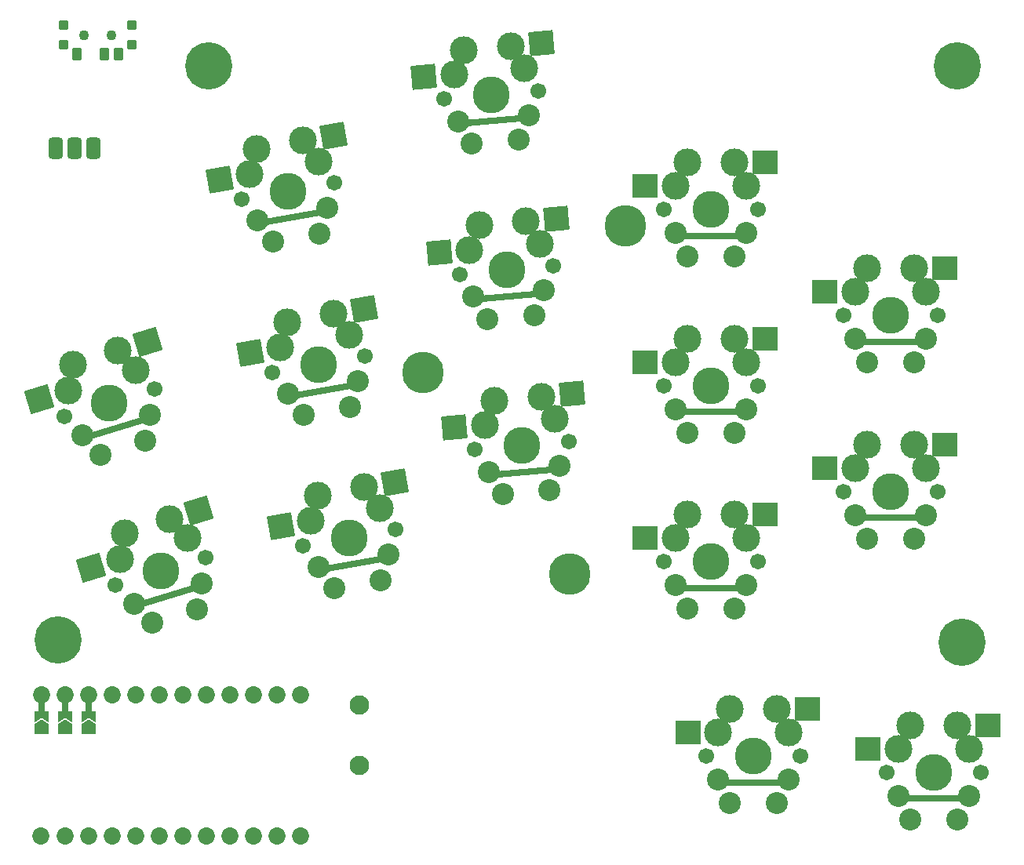
<source format=gbr>
%TF.GenerationSoftware,KiCad,Pcbnew,7.0.2*%
%TF.CreationDate,2023-09-29T08:21:04+02:00*%
%TF.ProjectId,wizza,77697a7a-612e-46b6-9963-61645f706362,v1.0.0*%
%TF.SameCoordinates,Original*%
%TF.FileFunction,Soldermask,Bot*%
%TF.FilePolarity,Negative*%
%FSLAX46Y46*%
G04 Gerber Fmt 4.6, Leading zero omitted, Abs format (unit mm)*
G04 Created by KiCad (PCBNEW 7.0.2) date 2023-09-29 08:21:04*
%MOMM*%
%LPD*%
G01*
G04 APERTURE LIST*
G04 Aperture macros list*
%AMRoundRect*
0 Rectangle with rounded corners*
0 $1 Rounding radius*
0 $2 $3 $4 $5 $6 $7 $8 $9 X,Y pos of 4 corners*
0 Add a 4 corners polygon primitive as box body*
4,1,4,$2,$3,$4,$5,$6,$7,$8,$9,$2,$3,0*
0 Add four circle primitives for the rounded corners*
1,1,$1+$1,$2,$3*
1,1,$1+$1,$4,$5*
1,1,$1+$1,$6,$7*
1,1,$1+$1,$8,$9*
0 Add four rect primitives between the rounded corners*
20,1,$1+$1,$2,$3,$4,$5,0*
20,1,$1+$1,$4,$5,$6,$7,0*
20,1,$1+$1,$6,$7,$8,$9,0*
20,1,$1+$1,$8,$9,$2,$3,0*%
%AMFreePoly0*
4,1,16,0.685355,0.785355,0.700000,0.750000,0.691603,0.722265,0.210093,0.000000,0.691603,-0.722265,0.699029,-0.759806,0.677735,-0.791603,0.650000,-0.800000,-0.500000,-0.800000,-0.535355,-0.785355,-0.550000,-0.750000,-0.550000,0.750000,-0.535355,0.785355,-0.500000,0.800000,0.650000,0.800000,0.685355,0.785355,0.685355,0.785355,$1*%
%AMFreePoly1*
4,1,16,0.535355,0.785355,0.550000,0.750000,0.550000,-0.750000,0.535355,-0.785355,0.500000,-0.800000,-0.500000,-0.800000,-0.535355,-0.785355,-0.541603,-0.777735,-1.041603,-0.027735,-1.049029,0.009806,-1.041603,0.027735,-0.541603,0.777735,-0.509806,0.799029,-0.500000,0.800000,0.500000,0.800000,0.535355,0.785355,0.535355,0.785355,$1*%
G04 Aperture macros list end*
%ADD10C,1.701800*%
%ADD11C,3.987800*%
%ADD12C,3.000000*%
%ADD13C,2.386000*%
%ADD14RoundRect,0.050000X-1.161204X-1.356367X1.379093X-1.134120X1.161204X1.356367X-1.379093X1.134120X0*%
%ADD15RoundRect,0.197609X3.635590X0.466246X-3.661319X-0.172151X-3.635590X-0.466246X3.661319X0.172151X0*%
%ADD16RoundRect,0.050000X-1.038570X-1.452411X1.472690X-1.009608X1.038570X1.452411X-1.472690X1.009608X0*%
%ADD17RoundRect,0.197609X3.581119X0.781334X-3.632383X-0.490601X-3.581119X-0.781334X3.632383X0.490601X0*%
%ADD18RoundRect,0.050000X-0.250000X-0.762000X0.250000X-0.762000X0.250000X0.762000X-0.250000X0.762000X0*%
%ADD19C,1.852600*%
%ADD20FreePoly0,270.000000*%
%ADD21FreePoly1,270.000000*%
%ADD22C,4.500000*%
%ADD23RoundRect,0.050000X-0.853824X-1.568155X1.584753X-0.822607X0.853824X1.568155X-1.584753X0.822607X0*%
%ADD24RoundRect,0.197609X3.459205X1.211939X-3.545519X-0.929620X-3.459205X-1.211939X3.545519X0.929620X0*%
%ADD25C,5.100000*%
%ADD26RoundRect,0.050000X-1.275000X-1.250000X1.275000X-1.250000X1.275000X1.250000X-1.275000X1.250000X0*%
%ADD27RoundRect,0.197609X3.662391X0.147609X-3.662391X0.147609X-3.662391X-0.147609X3.662391X-0.147609X0*%
%ADD28RoundRect,0.050000X-0.450000X-0.450000X0.450000X-0.450000X0.450000X0.450000X-0.450000X0.450000X0*%
%ADD29C,1.100000*%
%ADD30RoundRect,0.050000X-0.450000X-0.625000X0.450000X-0.625000X0.450000X0.625000X-0.450000X0.625000X0*%
%ADD31RoundRect,0.425000X-0.375000X-0.750000X0.375000X-0.750000X0.375000X0.750000X-0.375000X0.750000X0*%
%ADD32C,2.100000*%
G04 APERTURE END LIST*
D10*
%TO.C,S7*%
X254151493Y-84062966D03*
D11*
X249090824Y-84505717D03*
D10*
X244030155Y-84948468D03*
D12*
X246117738Y-79666424D03*
X245073947Y-82307446D03*
X251178407Y-79223672D03*
X252664950Y-81643319D03*
D13*
X252063910Y-89345010D03*
X247003241Y-89787762D03*
D14*
X241811409Y-82592881D03*
D13*
X253107701Y-86703988D03*
D14*
X254467842Y-78935884D03*
D13*
X245516698Y-87368115D03*
D15*
X249288537Y-87339268D03*
%TD*%
D12*
%TO.C,S8*%
X244461779Y-60738725D03*
D10*
X252495534Y-65135267D03*
D11*
X247434865Y-65578018D03*
D12*
X249522448Y-60295973D03*
D10*
X242374196Y-66020769D03*
D12*
X243417988Y-63379747D03*
X251008991Y-62715620D03*
D13*
X245347282Y-70860063D03*
X250407951Y-70417311D03*
D14*
X240155450Y-63665182D03*
D13*
X243860739Y-68440416D03*
D15*
X247632578Y-68411569D03*
D13*
X251451742Y-67776289D03*
D14*
X252811883Y-60008185D03*
%TD*%
D11*
%TO.C,S4*%
X228826421Y-94688497D03*
D10*
X223823598Y-95570630D03*
D12*
X225442877Y-90126740D03*
X224633237Y-92848685D03*
X232137472Y-91525486D03*
D10*
X233829244Y-93806364D03*
D12*
X230445700Y-89244607D03*
D13*
X232209965Y-99250254D03*
D16*
X221407992Y-93417383D03*
D13*
X227207142Y-100132387D03*
D17*
X229270341Y-97494033D03*
D16*
X233697535Y-88671221D03*
D13*
X233019605Y-96528309D03*
X225515370Y-97851508D03*
%TD*%
D18*
%TO.C,MCU1*%
X203962000Y-131717523D03*
D19*
X198798254Y-145574000D03*
X198882000Y-130334000D03*
D18*
X201422000Y-131717523D03*
D19*
X201422000Y-145574000D03*
X203962000Y-130334000D03*
X201422000Y-130334000D03*
D20*
X198882000Y-132667523D03*
X201422000Y-132667523D03*
D18*
X198882000Y-131717523D03*
D19*
X203962000Y-145574000D03*
D20*
X203962000Y-132667523D03*
D21*
X198882000Y-134117523D03*
X201422000Y-134117523D03*
X203962000Y-134117523D03*
D19*
X206502000Y-145574000D03*
X209042000Y-145574000D03*
X211582000Y-145574000D03*
X214122000Y-145574000D03*
X216662000Y-145574000D03*
X219202000Y-145574000D03*
X221742000Y-145574000D03*
X224282000Y-145574000D03*
X226822000Y-145574000D03*
X206502000Y-130334000D03*
X209042000Y-130334000D03*
X211582000Y-130334000D03*
X214122000Y-130334000D03*
X216662000Y-130334000D03*
X219202000Y-130334000D03*
X221742000Y-130334000D03*
X224282000Y-130334000D03*
X226822000Y-130334000D03*
%TD*%
D22*
%TO.C,*%
X255913847Y-117348000D03*
X261874000Y-79717074D03*
X240078461Y-95552461D03*
%TD*%
D12*
%TO.C,S1*%
X207380041Y-115673763D03*
D11*
X211766186Y-116988841D03*
D12*
X212709952Y-111388189D03*
D10*
X216624214Y-115503593D03*
D12*
X207851924Y-112873437D03*
X214667083Y-113445891D03*
D10*
X206908158Y-118474089D03*
D13*
X215680448Y-121104245D03*
X210822420Y-122589493D03*
D23*
X204248143Y-116631280D03*
D13*
X216152331Y-118303919D03*
D23*
X215867670Y-110422777D03*
D24*
X212548706Y-119719365D03*
D13*
X208865289Y-120531791D03*
%TD*%
D25*
%TO.C,*%
X200660000Y-124460000D03*
%TD*%
D12*
%TO.C,S9*%
X273655601Y-110906367D03*
D10*
X266035601Y-115986367D03*
D11*
X271115601Y-115986367D03*
D12*
X274925601Y-113446367D03*
X267305601Y-113446367D03*
X268575601Y-110906367D03*
D10*
X276195601Y-115986367D03*
D13*
X268575601Y-121066367D03*
D26*
X264030601Y-113446367D03*
D13*
X273655601Y-121066367D03*
D26*
X276957601Y-110906367D03*
D13*
X267305601Y-118526367D03*
X274925601Y-118526367D03*
D27*
X271065601Y-118826367D03*
%TD*%
D11*
%TO.C,S12*%
X290515601Y-108386367D03*
D10*
X285435601Y-108386367D03*
D12*
X286705601Y-105846367D03*
X287975601Y-103306367D03*
X293055601Y-103306367D03*
D10*
X295595601Y-108386367D03*
D12*
X294325601Y-105846367D03*
D26*
X283430601Y-105846367D03*
D13*
X287975601Y-113466367D03*
X293055601Y-113466367D03*
X286705601Y-110926367D03*
D27*
X290465601Y-111226367D03*
D26*
X296357601Y-103306367D03*
D13*
X294325601Y-110926367D03*
%TD*%
D10*
%TO.C,S14*%
X270660601Y-136986367D03*
D12*
X271930601Y-134446367D03*
X279550601Y-134446367D03*
X278280601Y-131906367D03*
D10*
X280820601Y-136986367D03*
D12*
X273200601Y-131906367D03*
D11*
X275740601Y-136986367D03*
D13*
X278280601Y-142066367D03*
D26*
X268655601Y-134446367D03*
D13*
X273200601Y-142066367D03*
D27*
X275690601Y-139826367D03*
D26*
X281582601Y-131906367D03*
D13*
X271930601Y-139526367D03*
X279550601Y-139526367D03*
%TD*%
D10*
%TO.C,S3*%
X227122914Y-114281977D03*
D12*
X227932553Y-111560032D03*
D10*
X237128560Y-112517711D03*
D11*
X232125737Y-113399844D03*
D12*
X235436788Y-110236833D03*
X233745016Y-107955954D03*
X228742193Y-108838087D03*
D13*
X235509281Y-117961601D03*
D16*
X224707308Y-112128730D03*
D13*
X230506458Y-118843734D03*
D16*
X236996851Y-107382568D03*
D13*
X228814686Y-116562855D03*
D17*
X232569657Y-116205380D03*
D13*
X236318921Y-115239656D03*
%TD*%
D28*
%TO.C,T2*%
X208650615Y-58006416D03*
X201250615Y-58006416D03*
X208650615Y-60206416D03*
X201250615Y-60206416D03*
D29*
X203450615Y-59106416D03*
X206450615Y-59106416D03*
D30*
X202700615Y-61181416D03*
X205700615Y-61181416D03*
X207200615Y-61181416D03*
%TD*%
D25*
%TO.C,*%
X297688000Y-62484000D03*
%TD*%
%TO.C,*%
X216916000Y-62484000D03*
%TD*%
D12*
%TO.C,S6*%
X254320910Y-100571018D03*
D11*
X250746784Y-103433416D03*
D10*
X245686115Y-103876167D03*
D12*
X252834367Y-98151371D03*
X246729907Y-101235145D03*
X247773698Y-98594123D03*
D10*
X255807453Y-102990665D03*
D13*
X253719870Y-108272709D03*
D14*
X243467369Y-101520580D03*
D13*
X248659201Y-108715461D03*
X254763661Y-105631687D03*
D15*
X250944497Y-106266967D03*
D13*
X247172658Y-106295814D03*
D14*
X256123802Y-97863583D03*
%TD*%
D25*
%TO.C,*%
X298196000Y-124714000D03*
%TD*%
D12*
%TO.C,S15*%
X292600601Y-133616367D03*
D10*
X300220601Y-138696367D03*
D11*
X295140601Y-138696367D03*
D10*
X290060601Y-138696367D03*
D12*
X298950601Y-136156367D03*
X297680601Y-133616367D03*
X291330601Y-136156367D03*
D13*
X292600601Y-143776367D03*
D26*
X288055601Y-136156367D03*
D13*
X297680601Y-143776367D03*
X291330601Y-141236367D03*
X298950601Y-141236367D03*
D27*
X295090601Y-141536367D03*
D26*
X300982601Y-133616367D03*
%TD*%
D31*
%TO.C,PAD1*%
X204470000Y-71374000D03*
X202470000Y-71374000D03*
X200470000Y-71374000D03*
%TD*%
D32*
%TO.C,B1*%
X233172000Y-137954000D03*
X233172000Y-131454000D03*
%TD*%
D12*
%TO.C,S11*%
X268575601Y-72906367D03*
D11*
X271115601Y-77986367D03*
D12*
X273655601Y-72906367D03*
X267305601Y-75446367D03*
X274925601Y-75446367D03*
D10*
X276195601Y-77986367D03*
X266035601Y-77986367D03*
D26*
X264030601Y-75446367D03*
D13*
X273655601Y-83066367D03*
X268575601Y-83066367D03*
X267305601Y-80526367D03*
D27*
X271065601Y-80826367D03*
D26*
X276957601Y-72906367D03*
D13*
X274925601Y-80526367D03*
%TD*%
D10*
%TO.C,S2*%
X201353095Y-100304298D03*
D12*
X209112020Y-95276100D03*
X207154889Y-93218398D03*
X202296861Y-94703646D03*
X201824978Y-97503972D03*
D10*
X211069151Y-97333802D03*
D11*
X206211123Y-98819050D03*
D13*
X205267357Y-104419702D03*
D23*
X198693080Y-98461489D03*
D13*
X210125385Y-102934454D03*
X210597268Y-100134128D03*
X203310226Y-102362000D03*
D23*
X210312607Y-92252986D03*
D24*
X206993643Y-101549574D03*
%TD*%
D12*
%TO.C,S13*%
X293055601Y-84306367D03*
X287975601Y-84306367D03*
D10*
X285435601Y-89386367D03*
X295595601Y-89386367D03*
D11*
X290515601Y-89386367D03*
D12*
X286705601Y-86846367D03*
X294325601Y-86846367D03*
D13*
X293055601Y-94466367D03*
D26*
X283430601Y-86846367D03*
D13*
X287975601Y-94466367D03*
X286705601Y-91926367D03*
X294325601Y-91926367D03*
D26*
X296357601Y-84306367D03*
D27*
X290465601Y-92226367D03*
%TD*%
D12*
%TO.C,S5*%
X227146385Y-70533260D03*
X221333922Y-74137338D03*
D10*
X230529929Y-75095017D03*
D11*
X225527106Y-75977150D03*
D10*
X220524283Y-76859283D03*
D12*
X222143562Y-71415393D03*
X228838157Y-72814139D03*
D13*
X228910650Y-80538907D03*
X223907827Y-81421040D03*
D16*
X218108677Y-74706036D03*
D13*
X229720290Y-77816962D03*
X222216055Y-79140161D03*
D16*
X230398220Y-69959874D03*
D17*
X225971026Y-78782686D03*
%TD*%
D12*
%TO.C,S10*%
X268575601Y-91906367D03*
D10*
X276195601Y-96986367D03*
D12*
X267305601Y-94446367D03*
D11*
X271115601Y-96986367D03*
D10*
X266035601Y-96986367D03*
D12*
X273655601Y-91906367D03*
X274925601Y-94446367D03*
D13*
X268575601Y-102066367D03*
X273655601Y-102066367D03*
D26*
X264030601Y-94446367D03*
D13*
X274925601Y-99526367D03*
D27*
X271065601Y-99826367D03*
D13*
X267305601Y-99526367D03*
D26*
X276957601Y-91906367D03*
%TD*%
M02*

</source>
